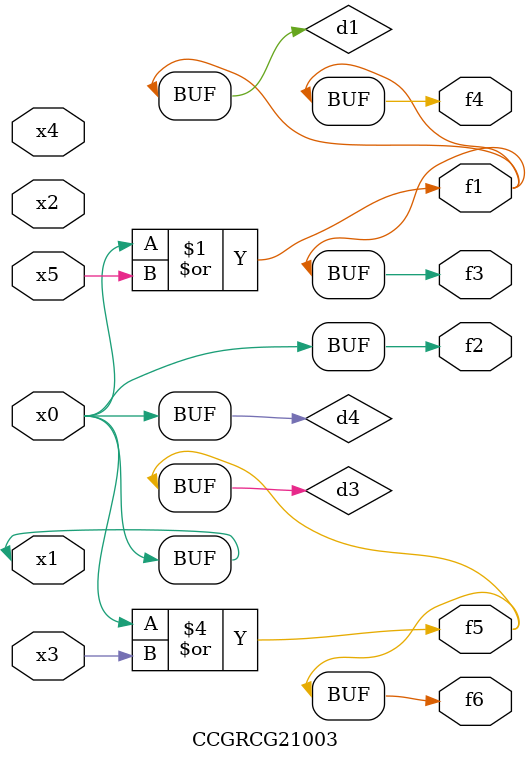
<source format=v>
module CCGRCG21003(
	input x0, x1, x2, x3, x4, x5,
	output f1, f2, f3, f4, f5, f6
);

	wire d1, d2, d3, d4;

	or (d1, x0, x5);
	xnor (d2, x1, x4);
	or (d3, x0, x3);
	buf (d4, x0, x1);
	assign f1 = d1;
	assign f2 = d4;
	assign f3 = d1;
	assign f4 = d1;
	assign f5 = d3;
	assign f6 = d3;
endmodule

</source>
